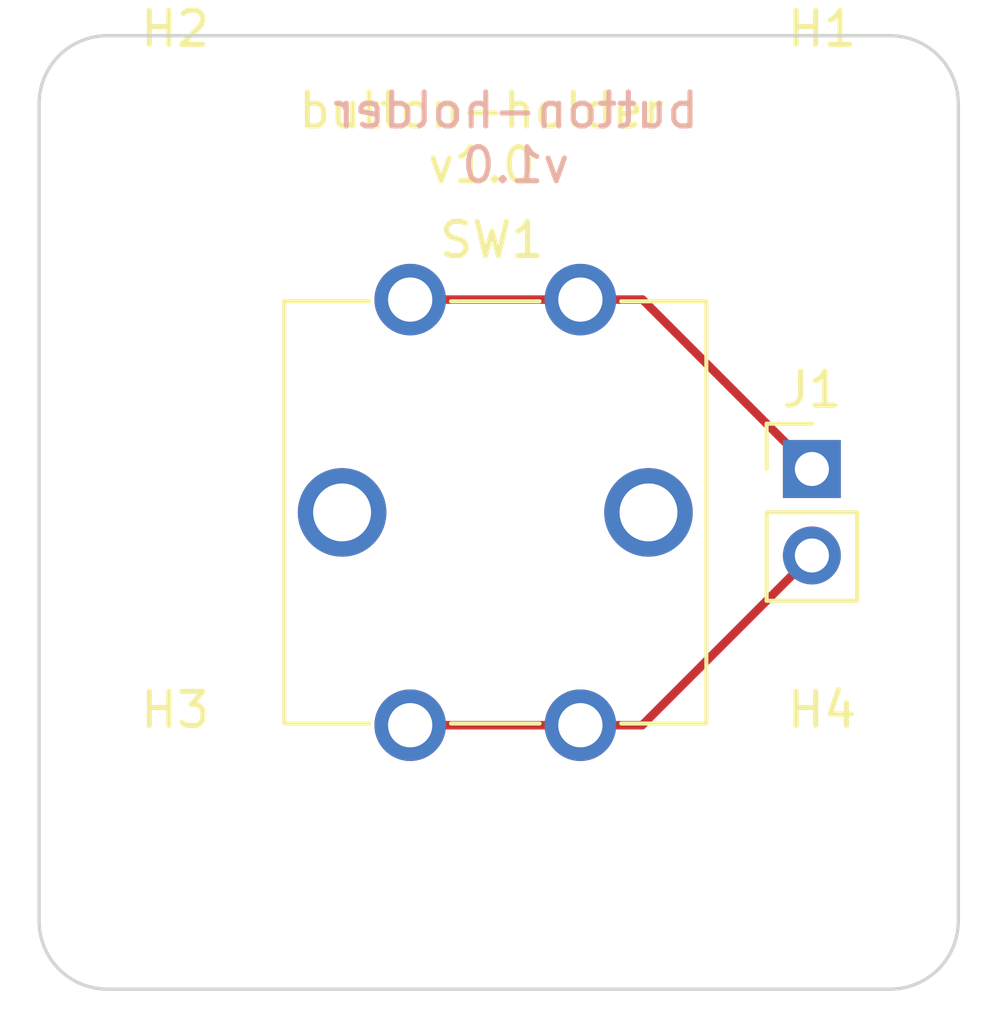
<source format=kicad_pcb>
(kicad_pcb (version 20211014) (generator pcbnew)
  (layers (0 "F.Cu" signal) (31 "B.Cu" signal) (34 "B.Paste" user) (35 "F.Paste" user) (36 "B.SilkS" user "B.Silkscreen") (37 "F.SilkS" user "F.Silkscreen") (38 "B.Mask" user) (39 "F.Mask" user) (44 "Edge.Cuts" user))
  (net 0 "")
  (net 1 "Net-(J1-Pad1)")
  (net 2 "Net-(J1-Pad2)")
  (footprint "Homebrew:SW_Tactile_SPST_TL6300" (layer "F.Cu") (at 91.9 48.75)
    (fp_text reference "SW1" (at 2.4 -1.75 unlocked) (layer "F.SilkS"))
    (fp_text value "SW_SPST")
    (fp_line (start 8.7 12.45) (end 6.2 12.45) (layer "F.SilkS") (width 0.12))
    (fp_line (start 3.8 12.45) (end 1.2 12.45) (layer "F.SilkS") (width 0.12))
    (fp_line (start -1.2 12.45) (end -3.7 12.45) (layer "F.SilkS") (width 0.12))
    (fp_line (start -3.7 0.05) (end -1.2 0.05) (layer "F.SilkS") (width 0.12))
    (fp_line (start 8.7 0.05) (end 8.7 12.45) (layer "F.SilkS") (width 0.12))
    (fp_line (start 1.2 0.05) (end 3.8 0.05) (layer "F.SilkS") (width 0.12))
    (fp_line (start 6.2 0.05) (end 8.7 0.05) (layer "F.SilkS") (width 0.12))
    (fp_line (start -3.7 12.45) (end -3.7 0.05) (layer "F.SilkS") (width 0.12))
    (pad "1" thru_hole circle (at 0 0) (size 2.1 2.1) (drill 1.3) (layers *.Cu *.Mask) (net 1 "Net-(J1-Pad1)"))
    (pad "1" thru_hole circle (at 5 0) (size 2.1 2.1) (drill 1.3) (layers *.Cu *.Mask) (net 1 "Net-(J1-Pad1)"))
    (pad "2" thru_hole circle (at 5 12.5) (size 2.1 2.1) (drill 1.3) (layers *.Cu *.Mask) (net 2 "Net-(J1-Pad2)"))
    (pad "2" thru_hole circle (at 0 12.5) (size 2.1 2.1) (drill 1.3) (layers *.Cu *.Mask) (net 2 "Net-(J1-Pad2)"))
    (pad "~" thru_hole circle (at 7 6.25) (size 2.6 2.6) (drill 1.7) (layers *.Cu *.Mask))
    (pad "~" thru_hole circle (at -2 6.25) (size 2.6 2.6) (drill 1.7) (layers *.Cu *.Mask))
  )
  (footprint "Connector_PinHeader_2.54mm:PinHeader_1x02_P2.54mm_Vertical" (layer "F.Cu") (at 103.7 53.725)
    (fp_text reference "J1" (at 0 -2.33) (layer "F.SilkS"))
    (fp_text value "Conn_01x02")
    (fp_line (start -1.33 0) (end -1.33 -1.33) (layer "F.SilkS") (width 0.12))
    (fp_line (start 1.33 1.27) (end 1.33 3.87) (layer "F.SilkS") (width 0.12))
    (fp_line (start -1.33 -1.33) (end 0 -1.33) (layer "F.SilkS") (width 0.12))
    (fp_line (start -1.33 1.27) (end -1.33 3.87) (layer "F.SilkS") (width 0.12))
    (fp_line (start -1.33 1.27) (end 1.33 1.27) (layer "F.SilkS") (width 0.12))
    (fp_line (start -1.33 3.87) (end 1.33 3.87) (layer "F.SilkS") (width 0.12))
    (pad "1" thru_hole rect (at 0 0) (size 1.7 1.7) (drill 1) (layers *.Cu *.Mask) (net 1 "Net-(J1-Pad1)"))
    (pad "2" thru_hole oval (at 0 2.54) (size 1.7 1.7) (drill 1) (layers *.Cu *.Mask) (net 2 "Net-(J1-Pad2)"))
  )
  (footprint "MountingHole:MountingHole_3.2mm_M3" (layer "F.Cu") (at 104 45)
    (fp_text reference "H1" (at 0 -4.2) (layer "F.SilkS"))
    (fp_text value "MountingHole")
    (pad "" np_thru_hole circle (at 0 0) (size 3.2 3.2) (drill 3.2) (layers *.Cu *.Mask))
  )
  (footprint "MountingHole:MountingHole_3.2mm_M3" (layer "F.Cu") (at 85 45)
    (fp_text reference "H2" (at 0 -4.2) (layer "F.SilkS"))
    (fp_text value "MountingHole")
    (pad "" np_thru_hole circle (at 0 0) (size 3.2 3.2) (drill 3.2) (layers *.Cu *.Mask))
  )
  (footprint "MountingHole:MountingHole_3.2mm_M3" (layer "F.Cu") (at 104 65)
    (fp_text reference "H4" (at 0 -4.2) (layer "F.SilkS"))
    (fp_text value "MountingHole")
    (pad "" np_thru_hole circle (at 0 0) (size 3.2 3.2) (drill 3.2) (layers *.Cu *.Mask))
  )
  (footprint "MountingHole:MountingHole_3.2mm_M3" (layer "F.Cu") (at 85 65)
    (fp_text reference "H3" (at 0 -4.2) (layer "F.SilkS"))
    (fp_text value "MountingHole")
    (pad "" np_thru_hole circle (at 0 0) (size 3.2 3.2) (drill 3.2) (layers *.Cu *.Mask))
  )
  (gr_line (start 106 69) (end 83 69) (layer "Edge.Cuts") (width 0.1))
  (gr_arc (start 106 41) (mid 107.414214 41.585786) (end 108 43) (layer "Edge.Cuts") (width 0.1))
  (gr_line (start 108 43) (end 108 67) (layer "Edge.Cuts") (width 0.1))
  (gr_line (start 81 67) (end 81 43) (layer "Edge.Cuts") (width 0.1))
  (gr_arc (start 83 69) (mid 81.585786 68.414214) (end 81 67) (layer "Edge.Cuts") (width 0.1))
  (gr_arc (start 81 43) (mid 81.585786 41.585786) (end 83 41) (layer "Edge.Cuts") (width 0.1))
  (gr_arc (start 108 67) (mid 107.414214 68.414214) (end 106 69) (layer "Edge.Cuts") (width 0.1))
  (gr_line (start 83 41) (end 106 41) (layer "Edge.Cuts") (width 0.1))
  (gr_text "button-holder\nv1.0" (at 95 44) (layer "B.SilkS") (effects (font (size 1 1)) (justify mirror)))
  (gr_text "button-holder\nv1.0" (at 94 44) (layer "F.SilkS") (effects (font (size 1 1))))
  (segment (start 96.9 48.75) (end 98.725 48.75) (width 0.25) (layer "F.Cu") (net 1))
  (segment (start 91.9 48.75) (end 96.9 48.75) (width 0.25) (layer "F.Cu") (net 1))
  (segment (start 98.725 48.75) (end 103.7 53.725) (width 0.25) (layer "F.Cu") (net 1))
  (segment (start 96.9 61.25) (end 98.715 61.25) (width 0.25) (layer "F.Cu") (net 2))
  (segment (start 98.715 61.25) (end 103.7 56.265) (width 0.25) (layer "F.Cu") (net 2))
  (segment (start 91.9 61.25) (end 96.9 61.25) (width 0.25) (layer "F.Cu") (net 2))
)
</source>
